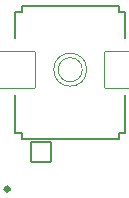
<source format=gbr>
%TF.GenerationSoftware,KiCad,Pcbnew,9.0.6*%
%TF.CreationDate,2025-12-17T11:27:33-05:00*%
%TF.ProjectId,lichen-breadboard-alpha-pot-single-adaptor,6c696368-656e-42d6-9272-656164626f61,rev?*%
%TF.SameCoordinates,Original*%
%TF.FileFunction,Legend,Top*%
%TF.FilePolarity,Positive*%
%FSLAX46Y46*%
G04 Gerber Fmt 4.6, Leading zero omitted, Abs format (unit mm)*
G04 Created by KiCad (PCBNEW 9.0.6) date 2025-12-17 11:27:33*
%MOMM*%
%LPD*%
G01*
G04 APERTURE LIST*
G04 Aperture macros list*
%AMRoundRect*
0 Rectangle with rounded corners*
0 $1 Rounding radius*
0 $2 $3 $4 $5 $6 $7 $8 $9 X,Y pos of 4 corners*
0 Add a 4 corners polygon primitive as box body*
4,1,4,$2,$3,$4,$5,$6,$7,$8,$9,$2,$3,0*
0 Add four circle primitives for the rounded corners*
1,1,$1+$1,$2,$3*
1,1,$1+$1,$4,$5*
1,1,$1+$1,$6,$7*
1,1,$1+$1,$8,$9*
0 Add four rect primitives between the rounded corners*
20,1,$1+$1,$2,$3,$4,$5,0*
20,1,$1+$1,$4,$5,$6,$7,0*
20,1,$1+$1,$6,$7,$8,$9,0*
20,1,$1+$1,$8,$9,$2,$3,0*%
G04 Aperture macros list end*
%ADD10C,0.355287*%
%ADD11C,0.203200*%
%ADD12C,0.050800*%
%ADD13RoundRect,0.076200X-0.825000X0.825000X-0.825000X-0.825000X0.825000X-0.825000X0.825000X0.825000X0*%
%ADD14C,1.802400*%
%ADD15RoundRect,0.076200X-1.558000X1.558000X-1.558000X-1.558000X1.558000X-1.558000X1.558000X1.558000X0*%
%ADD16R,1.700000X1.700000*%
%ADD17C,1.700000*%
G04 APERTURE END LIST*
D10*
X101347643Y-119770000D02*
G75*
G02*
X100992357Y-119770000I-177643J0D01*
G01*
X100992357Y-119770000D02*
G75*
G02*
X101347643Y-119770000I177643J0D01*
G01*
D11*
%TO.C,RV1*%
X101850000Y-107010000D02*
X101850000Y-104810000D01*
X101850000Y-115010000D02*
X101850000Y-111810000D01*
X101850000Y-115010000D02*
X102400000Y-115010000D01*
X102400000Y-104260000D02*
X102400000Y-104810000D01*
X102400000Y-104260000D02*
X110600000Y-104260000D01*
X102400000Y-104810000D02*
X101850000Y-104810000D01*
X102400000Y-115010000D02*
X102400000Y-115560000D01*
X110600000Y-104810000D02*
X110600000Y-104260000D01*
X110600000Y-115010000D02*
X111150000Y-115010000D01*
X110600000Y-115560000D02*
X102400000Y-115560000D01*
X110600000Y-115560000D02*
X110600000Y-115010000D01*
X111150000Y-104810000D02*
X110600000Y-104810000D01*
X111150000Y-104810000D02*
X111150000Y-107010000D01*
X111150000Y-111810000D02*
X111150000Y-115010000D01*
D12*
X107516000Y-109660000D02*
G75*
G02*
X105484000Y-109660000I-1016000J0D01*
G01*
X105484000Y-109660000D02*
G75*
G02*
X107516000Y-109660000I1016000J0D01*
G01*
X107897000Y-109660000D02*
G75*
G02*
X105103000Y-109660000I-1397000J0D01*
G01*
X105103000Y-109660000D02*
G75*
G02*
X107897000Y-109660000I1397000J0D01*
G01*
%TD*%
%LPC*%
D13*
%TO.C,RV1*%
X104000000Y-116660000D03*
D14*
X106500000Y-116660000D03*
X109000000Y-116660000D03*
D15*
X102000000Y-109660000D03*
X111000000Y-109660000D03*
%TD*%
D16*
%TO.C,J1*%
X104000000Y-102000000D03*
D17*
X106540000Y-102000000D03*
X109080000Y-102000000D03*
%TD*%
D16*
%TO.C,J3*%
X104000000Y-119780000D03*
D17*
X106540000Y-119780000D03*
X109080000Y-119780000D03*
%TD*%
%LPD*%
M02*

</source>
